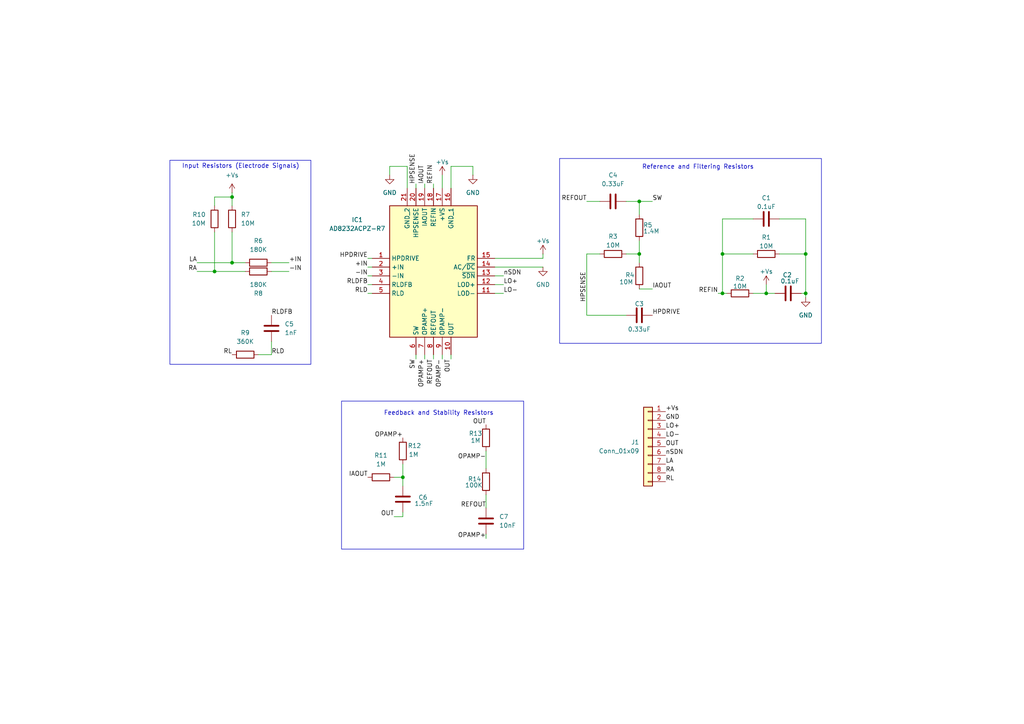
<source format=kicad_sch>
(kicad_sch (version 20250114) (generator "eeschema") (generator_version "9.0")
  (paper "A4")
  (title_block (title "compact stamp board for AD8232") (company "Akash Sridhar"))
  (lib_symbols
    (symbol "Connector_Generic:Conn_01x09" (pin_names (offset 1.016) (hide yes))
      (property "Reference" "J" (at 0 12.7 0))
      (property "Value" "Conn_01x09" (at 0 -12.7 0))
      (symbol "Conn_01x09_1_1"
        (rectangle (start -1.27 11.43) (end 1.27 -11.43) (stroke (width 0.254)) (fill (type background)))
        (rectangle (start -1.27 10.287) (end 0 10.033) (stroke (width 0.1524)))
        (rectangle (start -1.27 7.747) (end 0 7.493) (stroke (width 0.1524)))
        (rectangle (start -1.27 5.207) (end 0 4.953) (stroke (width 0.1524)))
        (rectangle (start -1.27 2.667) (end 0 2.413) (stroke (width 0.1524)))
        (rectangle (start -1.27 0.127) (end 0 -0.127) (stroke (width 0.1524)))
        (rectangle (start -1.27 -2.413) (end 0 -2.667) (stroke (width 0.1524)))
        (rectangle (start -1.27 -4.953) (end 0 -5.207) (stroke (width 0.1524)))
        (rectangle (start -1.27 -7.493) (end 0 -7.747) (stroke (width 0.1524)))
        (rectangle (start -1.27 -10.033) (end 0 -10.287) (stroke (width 0.1524)))
        (pin passive line (at -5.08 10.16 0) (length 3.81) (name "Pin_1") (number "1"))
        (pin passive line (at -5.08 7.62 0) (length 3.81) (name "Pin_2") (number "2"))
        (pin passive line (at -5.08 5.08 0) (length 3.81) (name "Pin_3") (number "3"))
        (pin passive line (at -5.08 2.54 0) (length 3.81) (name "Pin_4") (number "4"))
        (pin passive line (at -5.08 0 0) (length 3.81) (name "Pin_5") (number "5"))
        (pin passive line (at -5.08 -2.54 0) (length 3.81) (name "Pin_6") (number "6"))
        (pin passive line (at -5.08 -5.08 0) (length 3.81) (name "Pin_7") (number "7"))
        (pin passive line (at -5.08 -7.62 0) (length 3.81) (name "Pin_8") (number "8"))
        (pin passive line (at -5.08 -10.16 0) (length 3.81) (name "Pin_9") (number "9"))
      )
    )
    (symbol "Device:C" (pin_numbers (hide yes)) (pin_names (offset 0.254))
      (property "Reference" "C" (at 0.635 2.54 0))
      (property "Value" "C" (at 0.635 -2.54 0))
      (symbol "C_0_1"
        (polyline (pts (xy -2.032 0.762) (xy 2.032 0.762)) (stroke (width 0.508)))
        (polyline (pts (xy -2.032 -0.762) (xy 2.032 -0.762)) (stroke (width 0.508)))
      )
      (symbol "C_1_1"
        (pin passive line (at 0 3.81 270) (length 2.794) (name "~") (number "1"))
        (pin passive line (at 0 -3.81 90) (length 2.794) (name "~") (number "2"))
      )
    )
    (symbol "Device:R" (pin_numbers (hide yes)) (pin_names (offset 0))
      (property "Reference" "R" (at 2.032 0 90))
      (property "Value" "R" (at 0 0 90))
      (symbol "R_0_1"
        (rectangle (start -1.016 -2.54) (end 1.016 2.54) (stroke (width 0.254)))
      )
      (symbol "R_1_1"
        (pin passive line (at 0 3.81 270) (length 1.27) (name "~") (number "1"))
        (pin passive line (at 0 -3.81 90) (length 1.27) (name "~") (number "2"))
      )
    )
    (symbol "myLibrary:AD8232ACPZ-R7"
      (property "Reference" "IC" (at 31.75 20.32 0))
      (property "Value" "AD8232ACPZ-R7" (at 31.75 17.78 0))
      (symbol "AD8232ACPZ-R7_1_1"
        (rectangle (start 5.08 15.24) (end 30.48 -22.86) (stroke (width 0.254)) (fill (type background)))
        (pin passive line (at 0 0 0) (length 5.08) (name "HPDRIVE") (number "1"))
        (pin passive line (at 0 -2.54 0) (length 5.08) (name "+IN") (number "2"))
        (pin passive line (at 0 -5.08 0) (length 5.08) (name "-IN") (number "3"))
        (pin passive line (at 0 -7.62 0) (length 5.08) (name "RLDFB") (number "4"))
        (pin passive line (at 0 -10.16 0) (length 5.08) (name "RLD") (number "5"))
        (pin passive line (at 10.16 20.32 270) (length 5.08) (name "GND_2") (number "21"))
        (pin passive line (at 12.7 20.32 270) (length 5.08) (name "HPSENSE") (number "20"))
        (pin passive line (at 12.7 -27.94 90) (length 5.08) (name "SW") (number "6"))
        (pin passive line (at 15.24 20.32 270) (length 5.08) (name "IAOUT") (number "19"))
        (pin passive line (at 15.24 -27.94 90) (length 5.08) (name "OPAMP+") (number "7"))
        (pin passive line (at 17.78 20.32 270) (length 5.08) (name "REFIN") (number "18"))
        (pin passive line (at 17.78 -27.94 90) (length 5.08) (name "REFOUT") (number "8"))
        (pin passive line (at 20.32 20.32 270) (length 5.08) (name "+VS") (number "17"))
        (pin passive line (at 20.32 -27.94 90) (length 5.08) (name "OPAMP-") (number "9"))
        (pin passive line (at 22.86 20.32 270) (length 5.08) (name "GND_1") (number "16"))
        (pin passive line (at 22.86 -27.94 90) (length 5.08) (name "OUT") (number "10"))
        (pin passive line (at 35.56 0 180) (length 5.08) (name "FR") (number "15"))
        (pin passive line (at 35.56 -2.54 180) (length 5.08) (name "AC/~{DC}") (number "14"))
        (pin passive line (at 35.56 -5.08 180) (length 5.08) (name "~{SDN}") (number "13"))
        (pin passive line (at 35.56 -7.62 180) (length 5.08) (name "LOD+") (number "12"))
        (pin passive line (at 35.56 -10.16 180) (length 5.08) (name "LOD-") (number "11"))
      )
    )
    (symbol "power:GND" (power) (pin_numbers (hide yes)) (pin_names (offset 0) (hide yes))
      (property "Value" "GND" (at 0 -3.81 0))
      (symbol "GND_0_1"
        (polyline (pts (xy 0 0) (xy 0 -1.27) (xy 1.27 -1.27) (xy 0 -2.54) (xy -1.27 -1.27) (xy 0 -1.27)))
      )
      (symbol "GND_1_1"
        (pin power_in line (at 0 0 270) (length 0) (name "~") (number "1"))
      )
    )
    (symbol "power:VDD" (power) (pin_numbers (hide yes)) (pin_names (offset 0) (hide yes))
      (property "Value" "VDD" (at 0 3.556 0))
      (symbol "VDD_0_1"
        (polyline (pts (xy -0.762 1.27) (xy 0 2.54)))
        (polyline (pts (xy 0 2.54) (xy 0.762 1.27)))
        (polyline (pts (xy 0 0) (xy 0 2.54)))
      )
      (symbol "VDD_1_1"
        (pin power_in line (at 0 0 90) (length 0) (name "~") (number "1"))
      )
    )
  )
  (rectangle (start 99.06 116.332) (end 151.892 159.258))
  (rectangle (start 162.306 45.974) (end 238.252 99.568))
  (rectangle (start 49.276 46.482) (end 90.17 105.664))
  (text "Feedback and Stability Resistors" (at 127.254 119.888 0) (effects (font (size 1.27 1.27))))
  (text " Input Resistors (Electrode Signals)" (at 69.342 48.26 0) (effects (font (size 1.27 1.27))))
  (text "Reference and Filtering Resistors" (at 202.438 48.514 0) (effects (font (size 1.27 1.27))))
  (junction (at 233.68 73.66))
  (junction (at 185.42 73.66))
  (junction (at 67.31 76.2))
  (junction (at 62.23 78.74))
  (junction (at 222.25 85.09))
  (junction (at 185.42 58.42))
  (junction (at 209.55 73.66))
  (junction (at 67.31 57.15))
  (junction (at 209.55 85.09))
  (junction (at 116.84 138.43))
  (junction (at 233.68 85.09))
  (wire (pts (xy 233.68 63.5) (xy 233.68 73.66)))
  (wire (pts (xy 222.25 82.55) (xy 222.25 85.09)))
  (wire (pts (xy 114.3 138.43) (xy 116.84 138.43)))
  (wire (pts (xy 185.42 83.82) (xy 189.23 83.82)))
  (wire (pts (xy 130.81 48.26) (xy 130.81 54.61)))
  (wire (pts (xy 222.25 85.09) (xy 224.79 85.09)))
  (wire (pts (xy 143.51 77.47) (xy 157.48 77.47)))
  (wire (pts (xy 118.11 54.61) (xy 118.11 48.26)))
  (wire (pts (xy 140.97 143.51) (xy 140.97 147.32)))
  (wire (pts (xy 181.61 58.42) (xy 185.42 58.42)))
  (wire (pts (xy 128.27 104.14) (xy 128.27 102.87)))
  (wire (pts (xy 170.18 73.66) (xy 173.99 73.66)))
  (wire (pts (xy 226.06 63.5) (xy 233.68 63.5)))
  (wire (pts (xy 137.16 50.8) (xy 137.16 48.26)))
  (wire (pts (xy 106.68 74.93) (xy 107.95 74.93)))
  (wire (pts (xy 57.15 76.2) (xy 67.31 76.2)))
  (wire (pts (xy 209.55 63.5) (xy 218.44 63.5)))
  (wire (pts (xy 125.73 53.34) (xy 125.73 54.61)))
  (wire (pts (xy 125.73 104.14) (xy 125.73 102.87)))
  (wire (pts (xy 78.74 99.06) (xy 78.74 102.87)))
  (wire (pts (xy 185.42 69.85) (xy 185.42 73.66)))
  (wire (pts (xy 118.11 48.26) (xy 113.03 48.26)))
  (wire (pts (xy 106.68 85.09) (xy 107.95 85.09)))
  (wire (pts (xy 123.19 53.34) (xy 123.19 54.61)))
  (wire (pts (xy 123.19 104.14) (xy 123.19 102.87)))
  (wire (pts (xy 137.16 48.26) (xy 130.81 48.26)))
  (wire (pts (xy 116.84 149.86) (xy 116.84 148.59)))
  (wire (pts (xy 128.27 50.8) (xy 128.27 54.61)))
  (wire (pts (xy 208.28 85.09) (xy 209.55 85.09)))
  (wire (pts (xy 106.68 82.55) (xy 107.95 82.55)))
  (wire (pts (xy 170.18 73.66) (xy 170.18 91.44)))
  (wire (pts (xy 170.18 91.44) (xy 181.61 91.44)))
  (wire (pts (xy 181.61 73.66) (xy 185.42 73.66)))
  (wire (pts (xy 143.51 74.93) (xy 157.48 74.93)))
  (wire (pts (xy 113.03 48.26) (xy 113.03 50.8)))
  (wire (pts (xy 106.68 80.01) (xy 107.95 80.01)))
  (wire (pts (xy 232.41 85.09) (xy 233.68 85.09)))
  (wire (pts (xy 209.55 73.66) (xy 218.44 73.66)))
  (wire (pts (xy 130.81 104.14) (xy 130.81 102.87)))
  (wire (pts (xy 120.65 53.34) (xy 120.65 54.61)))
  (wire (pts (xy 62.23 57.15) (xy 67.31 57.15)))
  (wire (pts (xy 209.55 73.66) (xy 209.55 63.5)))
  (wire (pts (xy 67.31 57.15) (xy 67.31 59.69)))
  (wire (pts (xy 62.23 78.74) (xy 71.12 78.74)))
  (wire (pts (xy 78.74 76.2) (xy 83.82 76.2)))
  (wire (pts (xy 78.74 78.74) (xy 83.82 78.74)))
  (wire (pts (xy 67.31 76.2) (xy 67.31 67.31)))
  (wire (pts (xy 116.84 140.97) (xy 116.84 138.43)))
  (wire (pts (xy 62.23 67.31) (xy 62.23 78.74)))
  (wire (pts (xy 140.97 156.21) (xy 140.97 154.94)))
  (wire (pts (xy 173.99 58.42) (xy 170.18 58.42)))
  (wire (pts (xy 114.3 149.86) (xy 116.84 149.86)))
  (wire (pts (xy 67.31 55.88) (xy 67.31 57.15)))
  (wire (pts (xy 209.55 73.66) (xy 209.55 85.09)))
  (wire (pts (xy 209.55 85.09) (xy 210.82 85.09)))
  (wire (pts (xy 120.65 104.14) (xy 120.65 102.87)))
  (wire (pts (xy 157.48 74.93) (xy 157.48 73.66)))
  (wire (pts (xy 71.12 76.2) (xy 67.31 76.2)))
  (wire (pts (xy 140.97 130.81) (xy 140.97 135.89)))
  (wire (pts (xy 218.44 85.09) (xy 222.25 85.09)))
  (wire (pts (xy 185.42 58.42) (xy 185.42 62.23)))
  (wire (pts (xy 146.05 82.55) (xy 143.51 82.55)))
  (wire (pts (xy 233.68 85.09) (xy 233.68 86.36)))
  (wire (pts (xy 62.23 57.15) (xy 62.23 59.69)))
  (wire (pts (xy 146.05 80.01) (xy 143.51 80.01)))
  (wire (pts (xy 233.68 73.66) (xy 233.68 85.09)))
  (wire (pts (xy 185.42 58.42) (xy 189.23 58.42)))
  (wire (pts (xy 146.05 85.09) (xy 143.51 85.09)))
  (wire (pts (xy 74.93 102.87) (xy 78.74 102.87)))
  (wire (pts (xy 226.06 73.66) (xy 233.68 73.66)))
  (wire (pts (xy 185.42 73.66) (xy 185.42 76.2)))
  (wire (pts (xy 57.15 78.74) (xy 62.23 78.74)))
  (wire (pts (xy 106.68 77.47) (xy 107.95 77.47)))
  (wire (pts (xy 116.84 134.62) (xy 116.84 138.43)))
  (label "+Vs" (at 193.04 119.38 0))
  (label "HPSENSE" (at 120.65 53.34 90))
  (label "REFOUT" (at 140.97 147.32 180))
  (label "RA" (at 193.04 137.16 0))
  (label "IAOUT" (at 106.68 138.43 180))
  (label "SW" (at 189.23 58.42 0))
  (label "OPAMP+" (at 116.84 127 180))
  (label "LA" (at 57.15 76.2 180))
  (label "GND" (at 193.04 121.92 0))
  (label "LO+" (at 193.04 124.46 0))
  (label "RLDFB" (at 106.68 82.55 180))
  (label "OPAMP-" (at 128.27 104.14 270))
  (label "LO-" (at 146.05 85.09 0))
  (label "REFOUT" (at 170.18 58.42 180))
  (label "REFOUT" (at 125.73 104.14 270))
  (label "OPAMP+" (at 123.19 104.14 270))
  (label "RA" (at 57.15 78.74 180))
  (label "RLDFB" (at 78.74 91.44 0))
  (label "RLD" (at 78.74 102.87 0))
  (label "RL" (at 193.04 139.7 0))
  (label "OPAMP+" (at 140.97 156.21 180))
  (label "nSDN" (at 193.04 132.08 0))
  (label "LO-" (at 193.04 127 0))
  (label "HPSENSE" (at 170.18 78.74 270))
  (label "RLD" (at 106.68 85.09 180))
  (label "LO+" (at 146.05 82.55 0))
  (label "REFIN" (at 125.73 53.34 90))
  (label "+IN" (at 83.82 76.2 0))
  (label "LA" (at 193.04 134.62 0))
  (label "nSDN" (at 146.05 80.01 0))
  (label "RL" (at 67.31 102.87 180))
  (label "OUT" (at 193.04 129.54 0))
  (label "OUT" (at 114.3 149.86 180))
  (label "HPDRIVE" (at 106.68 74.93 180))
  (label "SW" (at 120.65 104.14 270))
  (label "OUT" (at 130.81 104.14 270))
  (label "OPAMP-" (at 140.97 133.35 180))
  (label "-IN" (at 106.68 80.01 180))
  (label "IAOUT" (at 189.23 83.82 0))
  (label "HPDRIVE" (at 189.23 91.44 0))
  (label "IAOUT" (at 123.19 53.34 90))
  (label "-IN" (at 83.82 78.74 0))
  (label "+IN" (at 106.68 77.47 180))
  (label "OUT" (at 140.97 123.19 180))
  (label "REFIN" (at 208.28 85.09 180))
  (symbol (lib_id "Device:R") (at 116.84 130.81 0) (mirror x) (unit 1)
    (property "Reference" "R12" (at 122.174 129.286 0) (effects (justify right)))
    (property "Value" "1M" (at 121.412 131.826 0) (effects (justify right)))
    (property "Footprint" "Resistor_SMD:R_0402_1005Metric" (effects (hide yes)))
    (property "Description" "Resistor" (effects (hide yes)))
    (property "Digikey Part#" "A129663CT-ND" (effects (hide yes)))
    (property "Digikey URL" "https://www.digikey.in/en/products/detail/te-connectivity-passive-product/CRGCQ0402F1M0/8576265" (effects (hide yes)))
  )
  (symbol (lib_id "Device:R") (at 74.93 76.2 90) (unit 1)
    (property "Reference" "R6" (at 74.93 69.85 90))
    (property "Value" "180K" (at 74.93 72.39 90))
    (property "Footprint" "Resistor_SMD:R_0402_1005Metric" (effects (hide yes)))
    (property "Description" "Resistor" (effects (hide yes)))
    (property "Digikey Part#" "CR0402-FX-1803GLFCT-ND" (effects (hide yes)))
    (property "Digikey URL" "https://www.digikey.in/en/products/detail/bourns-inc/CR0402-FX-1803GLF/3783200" (effects (hide yes)))
  )
  (symbol (lib_id "power:GND") (at 157.48 77.47 0) (unit 1)
    (property "Reference" "#PWR04" (effects (hide yes)))
    (property "Value" "GND" (at 157.48 82.55 0))
    (property "Description" "Power symbol creates a global label with name \"GND\" , ground" (effects (hide yes)))
  )
  (symbol (lib_id "Device:R") (at 67.31 63.5 180) (unit 1)
    (property "Reference" "R7" (at 69.85 62.2299 0) (effects (justify right)))
    (property "Value" "10M" (at 69.85 64.7699 0) (effects (justify right)))
    (property "Footprint" "Resistor_SMD:R_0402_1005Metric" (effects (hide yes)))
    (property "Description" "Resistor" (effects (hide yes)))
    (property "Digikey Part#" "541-10.0MLCT-ND" (effects (hide yes)))
    (property "Digikey URL" "https://www.digikey.in/en/products/detail/vishay-dale/CRCW040210M0FKED/1178433" (effects (hide yes)))
  )
  (symbol (lib_id "Connector_Generic:Conn_01x09") (at 187.96 129.54 0) (mirror y) (unit 1)
    (property "Reference" "J1" (at 185.42 128.2699 0) (effects (justify left)))
    (property "Value" "Conn_01x09" (at 185.42 130.8099 0) (effects (justify left)))
    (property "Footprint" "Connector_PinHeader_2.54mm:PinHeader_1x09_P2.54mm_Vertical" (effects (hide yes)))
    (property "Description" "Generic connector, single row, 01x09, script generated (kicad-library-utils/schlib/autogen/connector/)" (effects (hide yes)))
  )
  (symbol (lib_id "Device:C") (at 116.84 144.78 0) (mirror x) (unit 1)
    (property "Reference" "C6" (at 122.682 144.272 0))
    (property "Value" "1.5nF" (at 122.936 146.05 0))
    (property "Footprint" "Capacitor_SMD:C_0402_1005Metric" (effects (hide yes)))
    (property "Description" "Unpolarized capacitor" (effects (hide yes)))
    (property "Digikey Part#" "478-KGM05AR70J152KHTR-ND" (effects (hide yes)))
    (property "Digikey URL" "https://www.digikey.in/en/products/detail/kyocera-avx/KGM05AR70J152KH/3080050" (effects (hide yes)))
  )
  (symbol (lib_id "Device:R") (at 110.49 138.43 90) (unit 1)
    (property "Reference" "R11" (at 110.49 132.08 90))
    (property "Value" "1M" (at 110.49 134.62 90))
    (property "Footprint" "Resistor_SMD:R_0402_1005Metric" (effects (hide yes)))
    (property "Description" "Resistor" (effects (hide yes)))
    (property "Digikey Part#" "A129663CT-ND" (effects (hide yes)))
    (property "Digikey URL" "https://www.digikey.in/en/products/detail/te-connectivity-passive-product/CRGCQ0402F1M0/8576265" (effects (hide yes)))
  )
  (symbol (lib_id "power:GND") (at 113.03 50.8 0) (unit 1)
    (property "Reference" "#PWR02" (effects (hide yes)))
    (property "Value" "GND" (at 113.03 55.88 0))
    (property "Description" "Power symbol creates a global label with name \"GND\" , ground" (effects (hide yes)))
  )
  (symbol (lib_id "Device:R") (at 185.42 80.01 180) (unit 1)
    (property "Reference" "R4" (at 181.356 79.756 0) (effects (justify right)))
    (property "Value" "10M" (at 179.578 81.788 0) (effects (justify right)))
    (property "Footprint" "Resistor_SMD:R_0402_1005Metric" (effects (hide yes)))
    (property "Description" "Resistor" (effects (hide yes)))
    (property "Digikey Part#" "541-10.0MLCT-ND" (effects (hide yes)))
    (property "Digikey URL" "https://www.digikey.in/en/products/detail/vishay-dale/CRCW040210M0FKED/1178433" (effects (hide yes)))
  )
  (symbol (lib_id "Device:C") (at 228.6 85.09 90) (unit 1)
    (property "Reference" "C2" (at 228.346 79.756 90))
    (property "Value" "0.1uF" (at 229.108 81.534 90))
    (property "Footprint" "Capacitor_SMD:C_0402_1005Metric" (effects (hide yes)))
    (property "Description" "Unpolarized capacitor" (effects (hide yes)))
    (property "Digikey Part#" "399-14871-2-ND" (effects (hide yes)))
    (property "Digikey URL" "https://www.digikey.in/en/products/detail/kemet/C0402C104K7PACTU/7381987" (effects (hide yes)))
  )
  (symbol (lib_id "Device:R") (at 62.23 63.5 0) (mirror x) (unit 1)
    (property "Reference" "R10" (at 59.69 62.2299 0) (effects (justify right)))
    (property "Value" "10M" (at 59.69 64.7699 0) (effects (justify right)))
    (property "Footprint" "Resistor_SMD:R_0402_1005Metric" (effects (hide yes)))
    (property "Description" "Resistor" (effects (hide yes)))
    (property "Digikey Part#" "541-10.0MLCT-ND" (effects (hide yes)))
    (property "Digikey URL" "https://www.digikey.in/en/products/detail/vishay-dale/CRCW040210M0FKED/1178433" (effects (hide yes)))
  )
  (symbol (lib_id "Device:R") (at 177.8 73.66 90) (unit 1)
    (property "Reference" "R3" (at 177.8 68.58 90))
    (property "Value" "10M" (at 177.8 71.12 90))
    (property "Footprint" "Resistor_SMD:R_0402_1005Metric" (effects (hide yes)))
    (property "Description" "Resistor" (effects (hide yes)))
    (property "Digikey Part#" "541-10.0MLCT-ND" (effects (hide yes)))
    (property "Digikey URL" "https://www.digikey.in/en/products/detail/vishay-dale/CRCW040210M0FKED/1178433" (effects (hide yes)))
  )
  (symbol (lib_id "Device:C") (at 222.25 63.5 90) (unit 1)
    (property "Reference" "C1" (at 222.25 57.404 90))
    (property "Value" "0.1uF" (at 222.25 59.944 90))
    (property "Footprint" "Capacitor_SMD:C_0402_1005Metric" (effects (hide yes)))
    (property "Description" "Unpolarized capacitor" (effects (hide yes)))
    (property "Digikey Part#" "399-14871-2-ND" (effects (hide yes)))
    (property "Digikey URL" "https://www.digikey.in/en/products/detail/kemet/C0402C104K7PACTU/7381987" (effects (hide yes)))
  )
  (symbol (lib_id "myLibrary:AD8232ACPZ-R7") (at 107.95 74.93 0) (unit 1)
    (property "Reference" "IC1" (at 103.632 63.754 0))
    (property "Value" "AD8232ACPZ-R7" (at 103.632 66.294 0))
    (property "Footprint" "myLibrary:CP_20_10_ADI" (effects (hide yes)))
    (property "Datasheet" "https://www.analog.com/media/jp/technical-documentation/data-sheets/AD8232_jp.pdf" (effects (hide yes)))
    (property "Description" "ANALOG DEVICES - AD8232ACPZ-R7 - SIGNAL CONDITIONER, ECG, LFCSP-20" (effects (hide yes)))
    (property "Height" "0.8" (effects (hide yes)))
    (property "Mouser Part Number" "584-AD8232ACPZ-R7" (effects (hide yes)))
    (property "Mouser Price/Stock" "https://www.mouser.co.uk/ProductDetail/Analog-Devices/AD8232ACPZ-R7?qs=%2FtpEQrCGXCwf%2FvQng%2FSFzg%3D%3D" (effects (hide yes)))
    (property "Manufacturer_Name" "Analog Devices" (effects (hide yes)))
    (property "Manufacturer_Part_Number" "AD8232ACPZ-R7" (effects (hide yes)))
    (property "Digikey Part#" "505-AD8232ACPZ-R7CT-ND" (effects (hide yes)))
    (property "Digikey URL" "https://www.digikey.in/en/products/detail/analog-devices-inc/AD8232ACPZ-R7/3758432" (effects (hide yes)))
  )
  (symbol (lib_id "Device:R") (at 140.97 139.7 0) (mirror x) (unit 1)
    (property "Reference" "R14" (at 137.668 138.938 0))
    (property "Value" "100K" (at 137.414 140.716 0))
    (property "Footprint" "Resistor_SMD:R_0402_1005Metric" (effects (hide yes)))
    (property "Description" "Resistor" (effects (hide yes)))
    (property "Digikey Part#" "311-100KLRTR-ND" (effects (hide yes)))
    (property "Digikey URL" "https://www.digikey.in/en/products/detail/yageo/RC0402FR-07100KL/726526" (effects (hide yes)))
  )
  (symbol (lib_id "Device:R") (at 214.63 85.09 90) (unit 1)
    (property "Reference" "R2" (at 214.63 80.772 90))
    (property "Value" "10M" (at 214.63 83.058 90))
    (property "Footprint" "Resistor_SMD:R_0402_1005Metric" (effects (hide yes)))
    (property "Description" "Resistor" (effects (hide yes)))
    (property "Digikey Part#" "541-10.0MLCT-ND" (effects (hide yes)))
    (property "Digikey URL" "https://www.digikey.in/en/products/detail/vishay-dale/CRCW040210M0FKED/1178433" (effects (hide yes)))
  )
  (symbol (lib_id "power:GND") (at 233.68 86.36 0) (unit 1)
    (property "Reference" "#PWR07" (effects (hide yes)))
    (property "Value" "GND" (at 233.68 91.44 0))
    (property "Description" "Power symbol creates a global label with name \"GND\" , ground" (effects (hide yes)))
  )
  (symbol (lib_id "Device:C") (at 185.42 91.44 90) (unit 1)
    (property "Reference" "C3" (at 185.42 88.138 90))
    (property "Value" "0.33uF" (at 185.42 95.504 90))
    (property "Footprint" "Capacitor_SMD:C_0402_1005Metric" (effects (hide yes)))
    (property "Description" "Unpolarized capacitor" (effects (hide yes)))
    (property "Digikey Part#" "445-172465-2-ND" (effects (hide yes)))
    (property "Digikey URL" "https://www.digikey.in/en/products/detail/tdk-corporation/C1005X6S0G334K050BB/4989840" (effects (hide yes)))
  )
  (symbol (lib_id "Device:R") (at 140.97 127 0) (mirror x) (unit 1)
    (property "Reference" "R13" (at 137.922 125.73 0))
    (property "Value" "1M" (at 137.922 127.762 0))
    (property "Footprint" "Resistor_SMD:R_0402_1005Metric" (effects (hide yes)))
    (property "Description" "Resistor" (effects (hide yes)))
    (property "Digikey Part#" "A129663CT-ND" (effects (hide yes)))
    (property "Digikey URL" "https://www.digikey.in/en/products/detail/te-connectivity-passive-product/CRGCQ0402F1M0/8576265" (effects (hide yes)))
  )
  (symbol (lib_id "Device:R") (at 222.25 73.66 90) (unit 1)
    (property "Reference" "R1" (at 222.25 68.834 90))
    (property "Value" "10M" (at 222.25 71.374 90))
    (property "Footprint" "Resistor_SMD:R_0402_1005Metric" (effects (hide yes)))
    (property "Description" "Resistor" (effects (hide yes)))
    (property "Digikey Part#" "541-10.0MLCT-ND" (effects (hide yes)))
    (property "Digikey URL" "https://www.digikey.in/en/products/detail/vishay-dale/CRCW040210M0FKED/1178433" (effects (hide yes)))
  )
  (symbol (lib_id "Device:R") (at 71.12 102.87 90) (unit 1)
    (property "Reference" "R9" (at 71.12 96.52 90))
    (property "Value" "360K" (at 71.12 99.06 90))
    (property "Footprint" "Resistor_SMD:R_0402_1005Metric" (effects (hide yes)))
    (property "Description" "Resistor" (effects (hide yes)))
    (property "Digikey Part#" "P360KLTR-ND" (effects (hide yes)))
    (property "Digikey URL" "https://www.digikey.in/en/products/detail/panasonic-electronic-components/ERJ-2RKF3603X/1746207" (effects (hide yes)))
  )
  (symbol (lib_id "Device:C") (at 140.97 151.13 0) (mirror y) (unit 1)
    (property "Reference" "C7" (at 144.78 149.8599 0) (effects (justify right)))
    (property "Value" "10nF" (at 144.78 152.3999 0) (effects (justify right)))
    (property "Footprint" "Capacitor_SMD:C_0402_1005Metric" (effects (hide yes)))
    (property "Description" "Unpolarized capacitor" (effects (hide yes)))
    (property "Digikey Part#" "478-KGM05AR70J103KHTR-ND" (effects (hide yes)))
    (property "Digikey URL" "https://www.digikey.in/en/products/detail/kyocera-avx/KGM05AR70J103KH/1597637" (effects (hide yes)))
  )
  (symbol (lib_id "power:VDD") (at 67.31 55.88 0) (unit 1)
    (property "Reference" "#PWR03" (effects (hide yes)))
    (property "Value" "+Vs" (at 67.31 50.8 0))
    (property "Description" "Power symbol creates a global label with name \"VDD\"" (effects (hide yes)))
  )
  (symbol (lib_id "Device:R") (at 74.93 78.74 270) (unit 1)
    (property "Reference" "R8" (at 74.93 85.09 90))
    (property "Value" "180K" (at 74.93 82.55 90))
    (property "Footprint" "Resistor_SMD:R_0402_1005Metric" (effects (hide yes)))
    (property "Description" "Resistor" (effects (hide yes)))
    (property "Digikey Part#" "CR0402-FX-1803GLFCT-ND" (effects (hide yes)))
    (property "Digikey URL" "https://www.digikey.in/en/products/detail/bourns-inc/CR0402-FX-1803GLF/3783200" (effects (hide yes)))
  )
  (symbol (lib_id "Device:C") (at 177.8 58.42 90) (unit 1)
    (property "Reference" "C4" (at 177.8 50.8 90))
    (property "Value" "0.33uF" (at 177.8 53.34 90))
    (property "Footprint" "Capacitor_SMD:C_0402_1005Metric" (effects (hide yes)))
    (property "Description" "Unpolarized capacitor" (effects (hide yes)))
    (property "Digikey Part#" "445-172465-2-ND" (effects (hide yes)))
    (property "Digikey URL" "https://www.digikey.in/en/products/detail/tdk-corporation/C1005X6S0G334K050BB/4989840" (effects (hide yes)))
  )
  (symbol (lib_id "Device:C") (at 78.74 95.25 0) (unit 1)
    (property "Reference" "C5" (at 82.55 93.9799 0) (effects (justify left)))
    (property "Value" "1nF" (at 82.55 96.5199 0) (effects (justify left)))
    (property "Footprint" "Capacitor_SMD:C_0402_1005Metric" (effects (hide yes)))
    (property "Description" "Unpolarized capacitor" (effects (hide yes)))
    (property "Digikey Part#" "399-C0402C102K9RACTUTR-ND" (effects (hide yes)))
    (property "Digikey URL" "https://www.digikey.in/en/products/detail/kemet/C0402C102K9RACTU/2196206" (effects (hide yes)))
  )
  (symbol (lib_id "power:VDD") (at 128.27 50.8 0) (unit 1)
    (property "Reference" "#PWR05" (effects (hide yes)))
    (property "Value" "+Vs" (at 128.27 46.99 0))
    (property "Description" "Power symbol creates a global label with name \"VDD\"" (effects (hide yes)))
  )
  (symbol (lib_id "Device:R") (at 185.42 66.04 0) (mirror x) (unit 1)
    (property "Reference" "R5" (at 189.23 65.278 0) (effects (justify right)))
    (property "Value" "1.4M" (at 191.262 67.056 0) (effects (justify right)))
    (property "Footprint" "Resistor_SMD:R_0402_1005Metric" (effects (hide yes)))
    (property "Description" "Resistor" (effects (hide yes)))
    (property "Digikey Part#" "RMCF0402FT1M40TR-ND" (effects (hide yes)))
    (property "Digikey URL" "https://www.digikey.in/en/products/detail/stackpole-electronics-inc/RMCF0402FT1M40/1714344" (effects (hide yes)))
  )
  (symbol (lib_id "power:VDD") (at 222.25 82.55 0) (unit 1)
    (property "Reference" "#PWR06" (effects (hide yes)))
    (property "Value" "+Vs" (at 222.25 78.74 0))
    (property "Description" "Power symbol creates a global label with name \"VDD\"" (effects (hide yes)))
  )
  (symbol (lib_id "power:GND") (at 137.16 50.8 0) (unit 1)
    (property "Reference" "#PWR01" (effects (hide yes)))
    (property "Value" "GND" (at 137.16 55.88 0))
    (property "Description" "Power symbol creates a global label with name \"GND\" , ground" (effects (hide yes)))
  )
  (symbol (lib_id "power:VDD") (at 157.48 73.66 0) (unit 1)
    (property "Reference" "#PWR08" (effects (hide yes)))
    (property "Value" "+Vs" (at 157.48 69.85 0))
    (property "Description" "Power symbol creates a global label with name \"VDD\"" (effects (hide yes)))
  )
)
</source>
